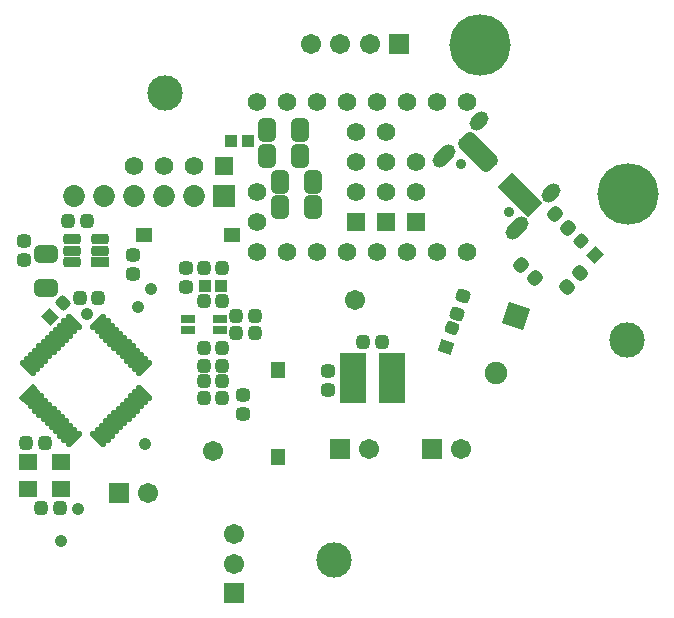
<source format=gts>
G04*
G04 #@! TF.GenerationSoftware,Altium Limited,Altium Designer,23.11.1 (41)*
G04*
G04 Layer_Color=8388736*
%FSLAX44Y44*%
%MOMM*%
G71*
G04*
G04 #@! TF.SameCoordinates,79A2741A-1FD1-431D-8CB4-14BDB42BD488*
G04*
G04*
G04 #@! TF.FilePolarity,Negative*
G04*
G01*
G75*
%ADD93R,1.4032X1.2032*%
%ADD94R,1.5032X0.9032*%
G04:AMPARAMS|DCode=95|XSize=0.9032mm|YSize=1.5032mm|CornerRadius=0.2766mm|HoleSize=0mm|Usage=FLASHONLY|Rotation=270.000|XOffset=0mm|YOffset=0mm|HoleType=Round|Shape=RoundedRectangle|*
%AMROUNDEDRECTD95*
21,1,0.9032,0.9500,0,0,270.0*
21,1,0.3500,1.5032,0,0,270.0*
1,1,0.5532,-0.4750,-0.1750*
1,1,0.5532,-0.4750,0.1750*
1,1,0.5532,0.4750,0.1750*
1,1,0.5532,0.4750,-0.1750*
%
%ADD95ROUNDEDRECTD95*%
%ADD96R,1.6032X1.4032*%
G04:AMPARAMS|DCode=97|XSize=1.2032mm|YSize=1.1032mm|CornerRadius=0.3266mm|HoleSize=0mm|Usage=FLASHONLY|Rotation=90.000|XOffset=0mm|YOffset=0mm|HoleType=Round|Shape=RoundedRectangle|*
%AMROUNDEDRECTD97*
21,1,1.2032,0.4500,0,0,90.0*
21,1,0.5500,1.1032,0,0,90.0*
1,1,0.6532,0.2250,0.2750*
1,1,0.6532,0.2250,-0.2750*
1,1,0.6532,-0.2250,-0.2750*
1,1,0.6532,-0.2250,0.2750*
%
%ADD97ROUNDEDRECTD97*%
G04:AMPARAMS|DCode=98|XSize=1.6782mm|YSize=0.5032mm|CornerRadius=0mm|HoleSize=0mm|Usage=FLASHONLY|Rotation=45.000|XOffset=0mm|YOffset=0mm|HoleType=Round|Shape=Rectangle|*
%AMROTATEDRECTD98*
4,1,4,-0.4154,-0.7712,-0.7712,-0.4154,0.4154,0.7712,0.7712,0.4154,-0.4154,-0.7712,0.0*
%
%ADD98ROTATEDRECTD98*%

G04:AMPARAMS|DCode=99|XSize=1.6782mm|YSize=0.5032mm|CornerRadius=0mm|HoleSize=0mm|Usage=FLASHONLY|Rotation=45.000|XOffset=0mm|YOffset=0mm|HoleType=Round|Shape=Round|*
%AMOVALD99*
21,1,1.1750,0.5032,0.0000,0.0000,45.0*
1,1,0.5032,-0.4154,-0.4154*
1,1,0.5032,0.4154,0.4154*
%
%ADD99OVALD99*%

G04:AMPARAMS|DCode=100|XSize=1.6782mm|YSize=0.5032mm|CornerRadius=0.1766mm|HoleSize=0mm|Usage=FLASHONLY|Rotation=45.000|XOffset=0mm|YOffset=0mm|HoleType=Round|Shape=RoundedRectangle|*
%AMROUNDEDRECTD100*
21,1,1.6782,0.1500,0,0,45.0*
21,1,1.3250,0.5032,0,0,45.0*
1,1,0.3532,0.5215,0.4154*
1,1,0.3532,-0.4154,-0.5215*
1,1,0.3532,-0.5215,-0.4154*
1,1,0.3532,0.4154,0.5215*
%
%ADD100ROUNDEDRECTD100*%
G04:AMPARAMS|DCode=101|XSize=1.6782mm|YSize=0.5032mm|CornerRadius=0.1766mm|HoleSize=0mm|Usage=FLASHONLY|Rotation=135.000|XOffset=0mm|YOffset=0mm|HoleType=Round|Shape=RoundedRectangle|*
%AMROUNDEDRECTD101*
21,1,1.6782,0.1500,0,0,135.0*
21,1,1.3250,0.5032,0,0,135.0*
1,1,0.3532,-0.4154,0.5215*
1,1,0.3532,0.5215,-0.4154*
1,1,0.3532,0.4154,-0.5215*
1,1,0.3532,-0.5215,0.4154*
%
%ADD101ROUNDEDRECTD101*%
%ADD102C,1.0414*%
G04:AMPARAMS|DCode=103|XSize=1.1532mm|YSize=1.0532mm|CornerRadius=0.3141mm|HoleSize=0mm|Usage=FLASHONLY|Rotation=162.000|XOffset=0mm|YOffset=0mm|HoleType=Round|Shape=RoundedRectangle|*
%AMROUNDEDRECTD103*
21,1,1.1532,0.4250,0,0,162.0*
21,1,0.5250,1.0532,0,0,162.0*
1,1,0.6282,-0.1840,0.2832*
1,1,0.6282,0.3153,0.1210*
1,1,0.6282,0.1840,-0.2832*
1,1,0.6282,-0.3153,-0.1210*
%
%ADD103ROUNDEDRECTD103*%
G04:AMPARAMS|DCode=104|XSize=1.1532mm|YSize=1.0532mm|CornerRadius=0mm|HoleSize=0mm|Usage=FLASHONLY|Rotation=162.000|XOffset=0mm|YOffset=0mm|HoleType=Round|Shape=Rectangle|*
%AMROTATEDRECTD104*
4,1,4,0.7111,0.3227,0.3857,-0.6790,-0.7111,-0.3227,-0.3857,0.6790,0.7111,0.3227,0.0*
%
%ADD104ROTATEDRECTD104*%

%ADD105R,1.2532X0.8032*%
G04:AMPARAMS|DCode=106|XSize=1.7032mm|YSize=3.7032mm|CornerRadius=0.4766mm|HoleSize=0mm|Usage=FLASHONLY|Rotation=225.000|XOffset=0mm|YOffset=0mm|HoleType=Round|Shape=RoundedRectangle|*
%AMROUNDEDRECTD106*
21,1,1.7032,2.7500,0,0,225.0*
21,1,0.7500,3.7032,0,0,225.0*
1,1,0.9532,-1.2374,0.7071*
1,1,0.9532,-0.7071,1.2374*
1,1,0.9532,1.2374,-0.7071*
1,1,0.9532,0.7071,-1.2374*
%
%ADD106ROUNDEDRECTD106*%
G04:AMPARAMS|DCode=107|XSize=1.7032mm|YSize=3.7032mm|CornerRadius=0mm|HoleSize=0mm|Usage=FLASHONLY|Rotation=225.000|XOffset=0mm|YOffset=0mm|HoleType=Round|Shape=Rectangle|*
%AMROTATEDRECTD107*
4,1,4,-0.7071,1.9115,1.9115,-0.7071,0.7071,-1.9115,-1.9115,0.7071,-0.7071,1.9115,0.0*
%
%ADD107ROTATEDRECTD107*%

%ADD108R,1.0032X1.1032*%
%ADD109C,3.0000*%
G04:AMPARAMS|DCode=110|XSize=2.0032mm|YSize=1.5032mm|CornerRadius=0.4266mm|HoleSize=0mm|Usage=FLASHONLY|Rotation=270.000|XOffset=0mm|YOffset=0mm|HoleType=Round|Shape=RoundedRectangle|*
%AMROUNDEDRECTD110*
21,1,2.0032,0.6500,0,0,270.0*
21,1,1.1500,1.5032,0,0,270.0*
1,1,0.8532,-0.3250,-0.5750*
1,1,0.8532,-0.3250,0.5750*
1,1,0.8532,0.3250,0.5750*
1,1,0.8532,0.3250,-0.5750*
%
%ADD110ROUNDEDRECTD110*%
G04:AMPARAMS|DCode=111|XSize=1.2032mm|YSize=1.1032mm|CornerRadius=0.3266mm|HoleSize=0mm|Usage=FLASHONLY|Rotation=180.000|XOffset=0mm|YOffset=0mm|HoleType=Round|Shape=RoundedRectangle|*
%AMROUNDEDRECTD111*
21,1,1.2032,0.4500,0,0,180.0*
21,1,0.5500,1.1032,0,0,180.0*
1,1,0.6532,-0.2750,0.2250*
1,1,0.6532,0.2750,0.2250*
1,1,0.6532,0.2750,-0.2250*
1,1,0.6532,-0.2750,-0.2250*
%
%ADD111ROUNDEDRECTD111*%
G04:AMPARAMS|DCode=112|XSize=2.0032mm|YSize=1.5032mm|CornerRadius=0.4266mm|HoleSize=0mm|Usage=FLASHONLY|Rotation=180.000|XOffset=0mm|YOffset=0mm|HoleType=Round|Shape=RoundedRectangle|*
%AMROUNDEDRECTD112*
21,1,2.0032,0.6500,0,0,180.0*
21,1,1.1500,1.5032,0,0,180.0*
1,1,0.8532,-0.5750,0.3250*
1,1,0.8532,0.5750,0.3250*
1,1,0.8532,0.5750,-0.3250*
1,1,0.8532,-0.5750,-0.3250*
%
%ADD112ROUNDEDRECTD112*%
%ADD113R,1.2032X1.4032*%
%ADD114R,2.2032X4.2032*%
G04:AMPARAMS|DCode=115|XSize=1.1532mm|YSize=1.0532mm|CornerRadius=0.3141mm|HoleSize=0mm|Usage=FLASHONLY|Rotation=225.000|XOffset=0mm|YOffset=0mm|HoleType=Round|Shape=RoundedRectangle|*
%AMROUNDEDRECTD115*
21,1,1.1532,0.4250,0,0,225.0*
21,1,0.5250,1.0532,0,0,225.0*
1,1,0.6282,-0.3359,-0.0354*
1,1,0.6282,0.0354,0.3359*
1,1,0.6282,0.3359,0.0354*
1,1,0.6282,-0.0354,-0.3359*
%
%ADD115ROUNDEDRECTD115*%
G04:AMPARAMS|DCode=116|XSize=1.1532mm|YSize=1.0532mm|CornerRadius=0mm|HoleSize=0mm|Usage=FLASHONLY|Rotation=225.000|XOffset=0mm|YOffset=0mm|HoleType=Round|Shape=Rectangle|*
%AMROTATEDRECTD116*
4,1,4,0.0354,0.7801,0.7801,0.0354,-0.0354,-0.7801,-0.7801,-0.0354,0.0354,0.7801,0.0*
%
%ADD116ROTATEDRECTD116*%

G04:AMPARAMS|DCode=117|XSize=1.1532mm|YSize=1.0532mm|CornerRadius=0.3141mm|HoleSize=0mm|Usage=FLASHONLY|Rotation=135.000|XOffset=0mm|YOffset=0mm|HoleType=Round|Shape=RoundedRectangle|*
%AMROUNDEDRECTD117*
21,1,1.1532,0.4250,0,0,135.0*
21,1,0.5250,1.0532,0,0,135.0*
1,1,0.6282,-0.0354,0.3359*
1,1,0.6282,0.3359,-0.0354*
1,1,0.6282,0.0354,-0.3359*
1,1,0.6282,-0.3359,0.0354*
%
%ADD117ROUNDEDRECTD117*%
G04:AMPARAMS|DCode=118|XSize=1.1532mm|YSize=1.0532mm|CornerRadius=0mm|HoleSize=0mm|Usage=FLASHONLY|Rotation=135.000|XOffset=0mm|YOffset=0mm|HoleType=Round|Shape=Rectangle|*
%AMROTATEDRECTD118*
4,1,4,0.7801,-0.0354,0.0354,-0.7801,-0.7801,0.0354,-0.0354,0.7801,0.7801,-0.0354,0.0*
%
%ADD118ROTATEDRECTD118*%

G04:AMPARAMS|DCode=119|XSize=1.2032mm|YSize=1.1032mm|CornerRadius=0.3266mm|HoleSize=0mm|Usage=FLASHONLY|Rotation=225.000|XOffset=0mm|YOffset=0mm|HoleType=Round|Shape=RoundedRectangle|*
%AMROUNDEDRECTD119*
21,1,1.2032,0.4500,0,0,225.0*
21,1,0.5500,1.1032,0,0,225.0*
1,1,0.6532,-0.3536,-0.0354*
1,1,0.6532,0.0354,0.3536*
1,1,0.6532,0.3536,0.0354*
1,1,0.6532,-0.0354,-0.3536*
%
%ADD119ROUNDEDRECTD119*%
G04:AMPARAMS|DCode=120|XSize=1.2032mm|YSize=1.1032mm|CornerRadius=0.3266mm|HoleSize=0mm|Usage=FLASHONLY|Rotation=315.000|XOffset=0mm|YOffset=0mm|HoleType=Round|Shape=RoundedRectangle|*
%AMROUNDEDRECTD120*
21,1,1.2032,0.4500,0,0,315.0*
21,1,0.5500,1.1032,0,0,315.0*
1,1,0.6532,0.0354,-0.3536*
1,1,0.6532,-0.3536,0.0354*
1,1,0.6532,-0.0354,0.3536*
1,1,0.6532,0.3536,-0.0354*
%
%ADD120ROUNDEDRECTD120*%
G04:AMPARAMS|DCode=121|XSize=1.2032mm|YSize=1.1032mm|CornerRadius=0.3266mm|HoleSize=0mm|Usage=FLASHONLY|Rotation=162.000|XOffset=0mm|YOffset=0mm|HoleType=Round|Shape=RoundedRectangle|*
%AMROUNDEDRECTD121*
21,1,1.2032,0.4500,0,0,162.0*
21,1,0.5500,1.1032,0,0,162.0*
1,1,0.6532,-0.1920,0.2990*
1,1,0.6532,0.3311,0.1290*
1,1,0.6532,0.1920,-0.2990*
1,1,0.6532,-0.3311,-0.1290*
%
%ADD121ROUNDEDRECTD121*%
%ADD122C,1.5748*%
%ADD123P,2.6915X4X296.0*%
%ADD124C,1.9032*%
%ADD125C,1.8508*%
%ADD126R,1.8508X1.8508*%
%ADD127R,1.5494X1.5494*%
%ADD128R,1.7112X1.7112*%
%ADD129C,1.7112*%
%ADD130R,1.7112X1.7112*%
G04:AMPARAMS|DCode=131|XSize=1.2032mm|YSize=1.8032mm|CornerRadius=0mm|HoleSize=0mm|Usage=FLASHONLY|Rotation=315.000|XOffset=0mm|YOffset=0mm|HoleType=Round|Shape=Round|*
%AMOVALD131*
21,1,0.6000,1.2032,0.0000,0.0000,45.0*
1,1,1.2032,-0.2121,-0.2121*
1,1,1.2032,0.2121,0.2121*
%
%ADD131OVALD131*%

%ADD132C,0.8782*%
G04:AMPARAMS|DCode=133|XSize=1.2032mm|YSize=2.3032mm|CornerRadius=0mm|HoleSize=0mm|Usage=FLASHONLY|Rotation=315.000|XOffset=0mm|YOffset=0mm|HoleType=Round|Shape=Round|*
%AMOVALD133*
21,1,1.1000,1.2032,0.0000,0.0000,45.0*
1,1,1.2032,-0.3889,-0.3889*
1,1,1.2032,0.3889,0.3889*
%
%ADD133OVALD133*%

%ADD134R,1.5494X1.5494*%
%ADD135C,5.2032*%
%ADD136C,1.7032*%
D93*
X210372Y333248D02*
D03*
X284372D02*
D03*
D94*
X173000Y310500D02*
D03*
D95*
Y320000D02*
D03*
Y329500D02*
D03*
X149000Y329500D02*
D03*
Y320000D02*
D03*
X149000Y310500D02*
D03*
D96*
X139970Y141430D02*
D03*
Y118570D02*
D03*
X112030Y141430D02*
D03*
Y118570D02*
D03*
D97*
X260500Y195000D02*
D03*
X276500D02*
D03*
Y277500D02*
D03*
X260500D02*
D03*
X123000Y102500D02*
D03*
X139000D02*
D03*
X126500Y157500D02*
D03*
X110500D02*
D03*
X145500Y345000D02*
D03*
X161500D02*
D03*
X276500Y237500D02*
D03*
X260500D02*
D03*
X276500Y210000D02*
D03*
X260500D02*
D03*
X276500Y305000D02*
D03*
X260500D02*
D03*
X304000Y250000D02*
D03*
X288000D02*
D03*
X304000Y265000D02*
D03*
X288000D02*
D03*
X395500Y242500D02*
D03*
X411500D02*
D03*
X171500Y280000D02*
D03*
X155500D02*
D03*
X276500Y222500D02*
D03*
X260500D02*
D03*
D98*
X111587Y199478D02*
D03*
D99*
X115123Y195943D02*
D03*
D100*
X118659Y192407D02*
D03*
X122194Y188872D02*
D03*
X125730Y185336D02*
D03*
X129265Y181801D02*
D03*
X132801Y178265D02*
D03*
X136336Y174729D02*
D03*
X139872Y171194D02*
D03*
X143407Y167659D02*
D03*
X146943Y164123D02*
D03*
X150478Y160587D02*
D03*
X210413Y220522D02*
D03*
X206877Y224057D02*
D03*
X203342Y227593D02*
D03*
X199806Y231128D02*
D03*
X196271Y234664D02*
D03*
X192735Y238199D02*
D03*
X189199Y241735D02*
D03*
X185664Y245271D02*
D03*
X182128Y248806D02*
D03*
X178593Y252342D02*
D03*
X175057Y255877D02*
D03*
X171522Y259413D02*
D03*
D101*
Y160587D02*
D03*
X175057Y164123D02*
D03*
X178593Y167659D02*
D03*
X182128Y171194D02*
D03*
X185664Y174729D02*
D03*
X189199Y178265D02*
D03*
X192735Y181801D02*
D03*
X196271Y185336D02*
D03*
X199806Y188872D02*
D03*
X203342Y192407D02*
D03*
X206877Y195943D02*
D03*
X210413Y199478D02*
D03*
X150478Y259413D02*
D03*
X146943Y255877D02*
D03*
X143407Y252342D02*
D03*
X139872Y248806D02*
D03*
X136336Y245271D02*
D03*
X132801Y241735D02*
D03*
X129265Y238199D02*
D03*
X125730Y234664D02*
D03*
X122194Y231128D02*
D03*
X118659Y227593D02*
D03*
X115123Y224057D02*
D03*
X111587Y220522D02*
D03*
D102*
X210542Y156464D02*
D03*
X139422Y74422D02*
D03*
X161520Y266446D02*
D03*
X204700Y272288D02*
D03*
X153900Y101346D02*
D03*
X216384Y287528D02*
D03*
D103*
X471155Y254226D02*
D03*
D104*
X466057Y238534D02*
D03*
D105*
X247750Y252500D02*
D03*
X274250Y252500D02*
D03*
Y262500D02*
D03*
X247750D02*
D03*
D106*
X492461Y403173D02*
D03*
D107*
X528524Y367111D02*
D03*
D108*
X284000Y412500D02*
D03*
X298000D02*
D03*
X261500Y290000D02*
D03*
X275500D02*
D03*
D109*
X227673Y453502D02*
D03*
X371331Y57698D02*
D03*
X619037Y243924D02*
D03*
D110*
X325493Y356642D02*
D03*
X353493D02*
D03*
X325066Y377952D02*
D03*
X353066D02*
D03*
X314500Y400000D02*
D03*
X342500D02*
D03*
X314500Y422500D02*
D03*
X342500D02*
D03*
D111*
X246000Y305500D02*
D03*
Y289500D02*
D03*
X366000Y202000D02*
D03*
Y218000D02*
D03*
X108180Y312040D02*
D03*
Y328040D02*
D03*
X201144Y300356D02*
D03*
Y316356D02*
D03*
X293500Y182000D02*
D03*
Y198000D02*
D03*
D112*
X126722Y316768D02*
D03*
Y288768D02*
D03*
D113*
X323500Y145000D02*
D03*
Y219000D02*
D03*
D114*
X386990Y212500D02*
D03*
X420010D02*
D03*
D115*
X580166Y328334D02*
D03*
D116*
X591834Y316666D02*
D03*
D117*
X141834Y275834D02*
D03*
D118*
X130166Y264166D02*
D03*
D119*
X557843Y350657D02*
D03*
X569157Y339343D02*
D03*
X529686Y307777D02*
D03*
X541000Y296464D02*
D03*
D120*
X567843Y289343D02*
D03*
X579157Y300657D02*
D03*
D121*
X480154Y281409D02*
D03*
X475210Y266192D02*
D03*
D122*
X306095Y344032D02*
D03*
X306095Y318632D02*
D03*
Y369432D02*
D03*
X407695Y445632D02*
D03*
X433095Y445632D02*
D03*
X382295Y445632D02*
D03*
X356895D02*
D03*
X483895Y318632D02*
D03*
Y445632D02*
D03*
X331495Y445632D02*
D03*
X331495Y318632D02*
D03*
X356895Y318632D02*
D03*
X382295Y318632D02*
D03*
X407695D02*
D03*
X433095Y318632D02*
D03*
X458495Y318632D02*
D03*
Y445632D02*
D03*
X306095Y445632D02*
D03*
X415195Y369432D02*
D03*
Y394832D02*
D03*
Y420232D02*
D03*
X440595Y394832D02*
D03*
Y369432D02*
D03*
X252700Y391600D02*
D03*
X227300Y391600D02*
D03*
X201900Y391600D02*
D03*
X389795Y369432D02*
D03*
Y394832D02*
D03*
X389795Y420232D02*
D03*
D123*
X525039Y264782D02*
D03*
D124*
X508500Y216750D02*
D03*
D125*
X151100Y366200D02*
D03*
X176500Y366200D02*
D03*
X201900Y366200D02*
D03*
X227300D02*
D03*
X252700D02*
D03*
D126*
X278100D02*
D03*
D127*
X415195Y344032D02*
D03*
X440595D02*
D03*
X389795Y344032D02*
D03*
D128*
X426399Y495078D02*
D03*
X188500Y114750D02*
D03*
X376000Y152250D02*
D03*
X453500D02*
D03*
D129*
X401399Y495078D02*
D03*
X376399D02*
D03*
X351399D02*
D03*
X286250Y55000D02*
D03*
Y80000D02*
D03*
X213500Y114750D02*
D03*
X401000Y152250D02*
D03*
X478500D02*
D03*
D130*
X286250Y30000D02*
D03*
D131*
X493946Y429689D02*
D03*
X555039Y368595D02*
D03*
D132*
X478248Y393768D02*
D03*
X519118Y352898D02*
D03*
D133*
X464389Y400132D02*
D03*
X525482Y339038D02*
D03*
D134*
X278100Y391600D02*
D03*
D135*
X619493Y368048D02*
D03*
X494493Y494142D02*
D03*
D136*
X268660Y150469D02*
D03*
X388500Y278182D02*
D03*
M02*

</source>
